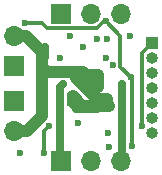
<source format=gbl>
%TF.GenerationSoftware,KiCad,Pcbnew,(5.1.6-0-10_14)*%
%TF.CreationDate,2020-12-19T22:37:24+01:00*%
%TF.ProjectId,ESCv2,45534376-322e-46b6-9963-61645f706362,v0.1*%
%TF.SameCoordinates,Original*%
%TF.FileFunction,Copper,L4,Bot*%
%TF.FilePolarity,Positive*%
%FSLAX46Y46*%
G04 Gerber Fmt 4.6, Leading zero omitted, Abs format (unit mm)*
G04 Created by KiCad (PCBNEW (5.1.6-0-10_14)) date 2020-12-19 22:37:24*
%MOMM*%
%LPD*%
G01*
G04 APERTURE LIST*
%TA.AperFunction,ComponentPad*%
%ADD10O,1.700000X1.700000*%
%TD*%
%TA.AperFunction,ComponentPad*%
%ADD11R,1.700000X1.700000*%
%TD*%
%TA.AperFunction,ComponentPad*%
%ADD12O,1.000000X1.000000*%
%TD*%
%TA.AperFunction,ComponentPad*%
%ADD13R,1.000000X1.000000*%
%TD*%
%TA.AperFunction,ViaPad*%
%ADD14C,0.600000*%
%TD*%
%TA.AperFunction,Conductor*%
%ADD15C,1.000000*%
%TD*%
%TA.AperFunction,Conductor*%
%ADD16C,0.700000*%
%TD*%
%TA.AperFunction,Conductor*%
%ADD17C,0.600000*%
%TD*%
%TA.AperFunction,Conductor*%
%ADD18C,0.300000*%
%TD*%
G04 APERTURE END LIST*
D10*
%TO.P,Motor1,3*%
%TO.N,MOTOR3*%
X79040000Y-42480000D03*
%TO.P,Motor1,2*%
%TO.N,MOTOR2*%
X76500000Y-42480000D03*
D11*
%TO.P,Motor1,1*%
%TO.N,MOTOR1*%
X73960000Y-42480000D03*
%TD*%
D12*
%TO.P,J3,7*%
%TO.N,EN*%
X81690000Y-40090000D03*
%TO.P,J3,6*%
%TO.N,EN_FLT*%
X81690000Y-38820000D03*
%TO.P,J3,5*%
%TO.N,ENW*%
X81690000Y-37550000D03*
%TO.P,J3,4*%
%TO.N,ENV*%
X81690000Y-36280000D03*
%TO.P,J3,3*%
%TO.N,ENU*%
X81690000Y-35010000D03*
%TO.P,J3,2*%
%TO.N,STBY_RST*%
X81690000Y-33740000D03*
D13*
%TO.P,J3,1*%
%TO.N,VBATOUT*%
X81690000Y-32470000D03*
%TD*%
D10*
%TO.P,J1,2*%
%TO.N,GNDPWR*%
X70000000Y-39920000D03*
D11*
%TO.P,J1,1*%
%TO.N,VS*%
X70000000Y-37380000D03*
%TD*%
D10*
%TO.P,J5,2*%
%TO.N,GNDPWR*%
X70000000Y-31920000D03*
D11*
%TO.P,J5,1*%
%TO.N,VDD*%
X70000000Y-34460000D03*
%TD*%
D10*
%TO.P,J2,3*%
%TO.N,INW*%
X79040000Y-30030000D03*
%TO.P,J2,2*%
%TO.N,INV*%
X76500000Y-30030000D03*
D11*
%TO.P,J2,1*%
%TO.N,INU*%
X73960000Y-30030000D03*
%TD*%
D14*
%TO.N,GNDPWR*%
X76160000Y-35220000D03*
X77120000Y-35230000D03*
X76630000Y-35760000D03*
X76160000Y-36260000D03*
X77130000Y-36270000D03*
X72340000Y-34960000D03*
X71960000Y-32880000D03*
X72650000Y-32880000D03*
X72990000Y-34950000D03*
X74790000Y-37010000D03*
X74780000Y-37590000D03*
X77868645Y-37215539D03*
X78070000Y-37819998D03*
X77865193Y-32210263D03*
X79850911Y-31880011D03*
%TO.N,EN_FLT*%
X77790000Y-33780000D03*
%TO.N,STBY_RST*%
X77067375Y-32151065D03*
%TO.N,VS*%
X72540000Y-41810000D03*
X75430000Y-39300000D03*
X77990000Y-40100000D03*
X72980000Y-39512990D03*
%TO.N,VBATOUT*%
X78040000Y-41310000D03*
X80850000Y-39540000D03*
%TO.N,VDD*%
X70980000Y-30790000D03*
X80000000Y-41270000D03*
X79895373Y-35404627D03*
X77760000Y-30680000D03*
%TO.N,Net-(D2-Pad1)*%
X70525000Y-41820000D03*
X73930000Y-33759998D03*
%TO.N,ENW*%
X78360000Y-34410000D03*
%TO.N,ENV*%
X75810750Y-32817905D03*
%TO.N,ENU*%
X74759980Y-31880011D03*
%TO.N,MOTOR3*%
X79130000Y-36020000D03*
X79140000Y-36630000D03*
%TO.N,MOTOR1*%
X74190000Y-36010000D03*
X73920000Y-36570000D03*
%TD*%
D15*
%TO.N,GNDPWR*%
X72340000Y-34960000D02*
X72340000Y-38650000D01*
X71070000Y-39920000D02*
X70725010Y-39920000D01*
X72340000Y-38650000D02*
X71070000Y-39920000D01*
X71000000Y-31920000D02*
X70725010Y-31920000D01*
X71960000Y-32880000D02*
X71000000Y-31920000D01*
X72340000Y-33260000D02*
X71960000Y-32880000D01*
D16*
X72340000Y-34300000D02*
X72340000Y-33970000D01*
X72990000Y-34950000D02*
X72340000Y-34300000D01*
D15*
X72340000Y-33970000D02*
X72340000Y-33260000D01*
X72340000Y-34960000D02*
X72340000Y-33970000D01*
D16*
X72650000Y-33660000D02*
X72340000Y-33970000D01*
X72650000Y-32880000D02*
X72650000Y-33660000D01*
D17*
X74790000Y-37010000D02*
X74790000Y-37610000D01*
X74790000Y-37610000D02*
X75260000Y-38080000D01*
D15*
X77110000Y-35220000D02*
X77120000Y-35230000D01*
X76160000Y-35220000D02*
X77110000Y-35220000D01*
X76160000Y-36260000D02*
X77120000Y-36260000D01*
X76160000Y-35220000D02*
X76160000Y-36260000D01*
X77120000Y-36260000D02*
X77130000Y-36270000D01*
X77120000Y-35230000D02*
X77120000Y-36260000D01*
X75869991Y-34929991D02*
X76160000Y-35220000D01*
X73745071Y-34929991D02*
X75869991Y-34929991D01*
X73725062Y-34950000D02*
X73745071Y-34929991D01*
X72990000Y-34950000D02*
X73725062Y-34950000D01*
D16*
X75260000Y-38080000D02*
X77004184Y-38080000D01*
X77004184Y-38080000D02*
X77868645Y-37215539D01*
D15*
X77444381Y-37215539D02*
X77868645Y-37215539D01*
X77005539Y-37215539D02*
X77444381Y-37215539D01*
X75300000Y-35510000D02*
X77005539Y-37215539D01*
X75780008Y-37819998D02*
X78070000Y-37819998D01*
D16*
X77500000Y-37540000D02*
X77790002Y-37540000D01*
X77790002Y-37540000D02*
X78070000Y-37819998D01*
D15*
X74970010Y-37010000D02*
X75780008Y-37819998D01*
D18*
X71070000Y-39920000D02*
X70375010Y-39920000D01*
D15*
X70000000Y-39920000D02*
X71070000Y-39920000D01*
D18*
%TO.N,VS*%
X72540000Y-39952990D02*
X72980000Y-39512990D01*
X72540000Y-41810000D02*
X72540000Y-39952990D01*
%TO.N,VBATOUT*%
X80839999Y-39529999D02*
X80850000Y-39540000D01*
X81690000Y-32470000D02*
X80839999Y-33320001D01*
X80839999Y-33320001D02*
X80839999Y-39529999D01*
%TO.N,VDD*%
X79010000Y-34519254D02*
X79895373Y-35404627D01*
X80000000Y-35509254D02*
X79895373Y-35404627D01*
X80000000Y-41270000D02*
X80000000Y-35509254D01*
X79010000Y-31930000D02*
X79010000Y-34519254D01*
X77760000Y-30680000D02*
X79010000Y-31930000D01*
X77626002Y-30680000D02*
X77760000Y-30680000D01*
X77076001Y-31230001D02*
X77626002Y-30680000D01*
X72829999Y-31230001D02*
X77076001Y-31230001D01*
X72389998Y-30790000D02*
X72829999Y-31230001D01*
X70980000Y-30790000D02*
X72389998Y-30790000D01*
%TO.N,MOTOR3*%
X79130000Y-36020000D02*
X79130000Y-36620000D01*
X79130000Y-36620000D02*
X79140000Y-36630000D01*
D16*
X79130000Y-36020000D02*
X79130000Y-38824939D01*
X79130000Y-38824939D02*
X79130000Y-41924990D01*
%TO.N,MOTOR1*%
X73920000Y-36570000D02*
X73920000Y-41924990D01*
X73920000Y-36240000D02*
X74180000Y-35980000D01*
X73920000Y-36570000D02*
X73920000Y-36240000D01*
%TD*%
M02*

</source>
